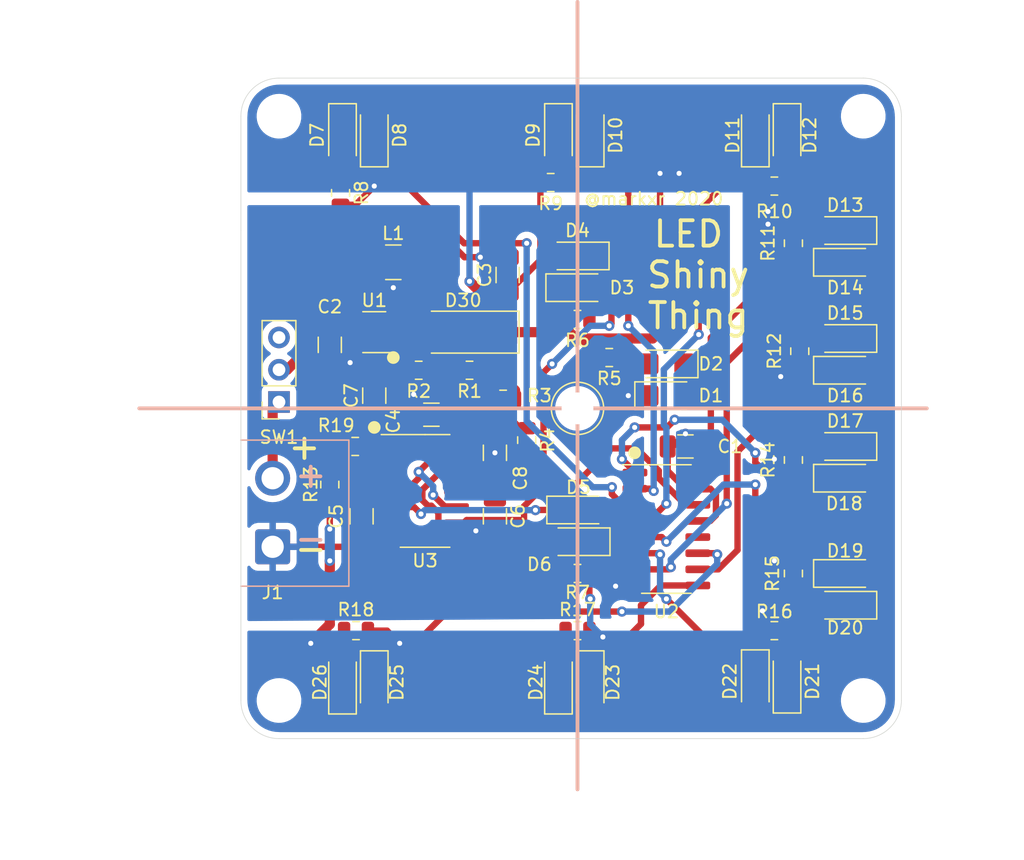
<source format=kicad_pcb>
(kicad_pcb (version 20200628) (host pcbnew "5.99.0-unknown-9f20c61~102~ubuntu18.04.1")
  (layers (0 "F.Cu" signal) (31 "B.Cu" signal) (34 "B.Paste" user) (35 "F.Paste" user) (36 "B.SilkS" user) (37 "F.SilkS" user) (38 "B.Mask" user) (39 "F.Mask" user) (44 "Edge.Cuts" user))
  (net 0 "")
  (net 1 "GND")
  (net 2 "VLOGIC")
  (net 3 "/VBAT_SW")
  (net 4 "Net-(C5-Pad1)")
  (net 5 "Net-(C6-Pad1)")
  (net 6 "Net-(C7-Pad1)")
  (net 7 "Net-(C8-Pad1)")
  (net 8 "Net-(D1-Pad2)")
  (net 9 "Net-(D2-Pad2)")
  (net 10 "Net-(D3-Pad2)")
  (net 11 "/TIMER1")
  (net 12 "Net-(D4-Pad2)")
  (net 13 "Net-(D5-Pad2)")
  (net 14 "/TIMER2")
  (net 15 "Net-(D6-Pad2)")
  (net 16 "Net-(D7-Pad2)")
  (net 17 "/COUNT0")
  (net 18 "Net-(D8-Pad2)")
  (net 19 "Net-(D10-Pad1)")
  (net 20 "/COUNT1")
  (net 21 "Net-(D10-Pad2)")
  (net 22 "Net-(D11-Pad2)")
  (net 23 "/COUNT2")
  (net 24 "Net-(D12-Pad2)")
  (net 25 "Net-(D13-Pad2)")
  (net 26 "/COUNT3")
  (net 27 "Net-(D14-Pad2)")
  (net 28 "Net-(D15-Pad2)")
  (net 29 "/COUNT4")
  (net 30 "Net-(D16-Pad2)")
  (net 31 "Net-(D17-Pad2)")
  (net 32 "/COUNT5")
  (net 33 "Net-(D18-Pad2)")
  (net 34 "Net-(D19-Pad2)")
  (net 35 "/COUNT6")
  (net 36 "Net-(D20-Pad2)")
  (net 37 "Net-(D21-Pad2)")
  (net 38 "/COUNT7")
  (net 39 "Net-(D22-Pad2)")
  (net 40 "Net-(D23-Pad2)")
  (net 41 "/COUNT8")
  (net 42 "Net-(D24-Pad2)")
  (net 43 "Net-(D25-Pad2)")
  (net 44 "/COUNT9")
  (net 45 "Net-(D26-Pad2)")
  (net 46 "Net-(D30-Pad2)")
  (net 47 "/VBAT")
  (net 48 "Net-(R1-Pad2)")
  (net 49 "Net-(R3-Pad2)")
  (net 50 "Net-(U1-Pad6)")
  (net 51 "Net-(U2-Pad12)")
  (net 52 "Net-(SW1-Pad3)")
  (net 53 "Net-(R13-Pad2)")
  (module "Inductor_SMD:L_1210_3225Metric_Pad1.42x2.65mm_HandSolder" (layer "F.Cu") (at 118 82)
    (fp_text reference "L1" (at 0 -2.28) (layer "F.SilkS"))
    (fp_text value "10uH")
    (pad "2" smd roundrect (at 1.4875 0) (size 1.425 2.65) (layers "F.Cu" "F.Paste" "F.Mask") (roundrect_rratio 0.175439298245614) (net 46 "Net-(D30-Pad2)"))
    (pad "1" smd roundrect (at -1.4875 0) (size 1.425 2.65) (layers "F.Cu" "F.Paste" "F.Mask") (roundrect_rratio 0.175439298245614) (net 3 "/VBAT_SW"))
  )
  (module "MountingHole:MountingHole_2.5mm" (layer "F.Cu") (at 132.5 93.5)
    (fp_text reference "H5" hide)
    (fp_text value "Centre Hole")
    (pad "1" np_thru_hole circle (at 0 0) (size 2.5 2.5) (drill 2.5) (layers *.Cu *.Mask))
  )
  (module "Connector_PinSocket_2.54mm:PinSocket_1x03_P2.54mm_Vertical" (layer "F.Cu") (at 109 93 180)
    (fp_text reference "SW1" (at 0 -2.77) (layer "F.SilkS"))
    (fp_text value "SW_SPDT")
    (pad "3" thru_hole oval (at 0 5.08 180) (size 1.7 1.7) (drill 1) (layers *.Cu *.Mask) (net 52 "Net-(SW1-Pad3)"))
    (pad "2" thru_hole oval (at 0 2.54 180) (size 1.7 1.7) (drill 1) (layers *.Cu *.Mask) (net 3 "/VBAT_SW"))
    (pad "1" thru_hole rect (at 0 0 180) (size 1.7 1.7) (drill 1) (layers *.Cu *.Mask) (net 47 "/VBAT"))
  )
  (module "Resistor_SMD:R_0805_2012Metric" (layer "F.Cu") (at 115 96.5)
    (fp_text reference "R19" (at -1.5 -1.65) (layer "F.SilkS"))
    (fp_text value "33k")
    (pad "2" smd roundrect (at 0.9375 0) (size 0.975 1.4) (layers "F.Cu" "F.Paste" "F.Mask") (net 6 "Net-(C7-Pad1)"))
    (pad "1" smd roundrect (at -0.9375 0) (size 0.975 1.4) (layers "F.Cu" "F.Paste" "F.Mask") (net 53 "Net-(R13-Pad2)"))
  )
  (module "Capacitor_SMD:C_1206_3216Metric" (layer "F.Cu") (at 126 97 90)
    (fp_text reference "C8" (at -2 2 90) (layer "F.SilkS"))
    (fp_text value "10uF")
    (pad "2" smd roundrect (at 1.4 0 90) (size 1.25 1.75) (layers "F.Cu" "F.Paste" "F.Mask") (roundrect_rratio 0.2) (net 1 "GND"))
    (pad "1" smd roundrect (at -1.4 0 90) (size 1.25 1.75) (layers "F.Cu" "F.Paste" "F.Mask") (roundrect_rratio 0.2) (net 7 "Net-(C8-Pad1)"))
  )
  (module "MountingHole:MountingHole_2.5mm" (layer "F.Cu") (at 109 116.5)
    (fp_text reference "H4" hide)
    (fp_text value "MountingHole")
    (pad "1" np_thru_hole circle (at 0 0) (size 2.5 2.5) (drill 2.5) (layers *.Cu *.Mask))
  )
  (module "MountingHole:MountingHole_2.5mm" (layer "F.Cu") (at 155 116.5)
    (fp_text reference "H3" hide)
    (fp_text value "MountingHole")
    (pad "1" np_thru_hole circle (at 0 0) (size 2.5 2.5) (drill 2.5) (layers *.Cu *.Mask))
  )
  (module "MountingHole:MountingHole_2.5mm" (layer "F.Cu") (at 155 70.5)
    (fp_text reference "H2" hide)
    (fp_text value "MountingHole")
    (pad "1" np_thru_hole circle (at 0 0) (size 2.5 2.5) (drill 2.5) (layers *.Cu *.Mask))
  )
  (module "MountingHole:MountingHole_2.5mm" (layer "F.Cu") (at 109 70.5)
    (fp_text reference "H1" hide)
    (fp_text value "MountingHole")
    (pad "1" np_thru_hole circle (at 0 0) (size 2.5 2.5) (drill 2.5) (layers *.Cu *.Mask))
  )
  (module "Package_SO:SOIC-14_3.9x8.7mm_P1.27mm" (layer "F.Cu") (at 120.5 100)
    (fp_text reference "U3" (at 0 5.5) (layer "F.SilkS"))
    (fp_text value "LM556")
    (pad "14" smd roundrect (at 2.475 -3.81) (size 1.95 0.6) (layers "F.Cu" "F.Paste" "F.Mask") (net 2 "VLOGIC"))
    (pad "13" smd roundrect (at 2.475 -2.54) (size 1.95 0.6) (layers "F.Cu" "F.Paste" "F.Mask") (net 49 "Net-(R3-Pad2)"))
    (pad "12" smd roundrect (at 2.475 -1.27) (size 1.95 0.6) (layers "F.Cu" "F.Paste" "F.Mask") (net 7 "Net-(C8-Pad1)"))
    (pad "11" smd roundrect (at 2.475 0) (size 1.95 0.6) (layers "F.Cu" "F.Paste" "F.Mask") (net 5 "Net-(C6-Pad1)"))
    (pad "10" smd roundrect (at 2.475 1.27) (size 1.95 0.6) (layers "F.Cu" "F.Paste" "F.Mask") (net 2 "VLOGIC"))
    (pad "9" smd roundrect (at 2.475 2.54) (size 1.95 0.6) (layers "F.Cu" "F.Paste" "F.Mask") (net 11 "/TIMER1"))
    (pad "8" smd roundrect (at 2.475 3.81) (size 1.95 0.6) (layers "F.Cu" "F.Paste" "F.Mask") (net 7 "Net-(C8-Pad1)"))
    (pad "7" smd roundrect (at -2.475 3.81) (size 1.95 0.6) (layers "F.Cu" "F.Paste" "F.Mask") (net 1 "GND"))
    (pad "6" smd roundrect (at -2.475 2.54) (size 1.95 0.6) (layers "F.Cu" "F.Paste" "F.Mask") (net 11 "/TIMER1"))
    (pad "5" smd roundrect (at -2.475 1.27) (size 1.95 0.6) (layers "F.Cu" "F.Paste" "F.Mask") (net 14 "/TIMER2"))
    (pad "4" smd roundrect (at -2.475 0) (size 1.95 0.6) (layers "F.Cu" "F.Paste" "F.Mask") (net 2 "VLOGIC"))
    (pad "3" smd roundrect (at -2.475 -1.27) (size 1.95 0.6) (layers "F.Cu" "F.Paste" "F.Mask") (net 4 "Net-(C5-Pad1)"))
    (pad "2" smd roundrect (at -2.475 -2.54) (size 1.95 0.6) (layers "F.Cu" "F.Paste" "F.Mask") (net 6 "Net-(C7-Pad1)"))
    (pad "1" smd roundrect (at -2.475 -3.81) (size 1.95 0.6) (layers "F.Cu" "F.Paste" "F.Mask") (net 6 "Net-(C7-Pad1)"))
  )
  (module "Package_SO:SOIC-16_3.9x9.9mm_P1.27mm" (layer "F.Cu") (at 139.5 103)
    (fp_text reference "U2" (at 0 6.5) (layer "F.SilkS"))
    (fp_text value "4017")
    (pad "16" smd roundrect (at 2.475 -4.445) (size 1.95 0.6) (layers "F.Cu" "F.Paste" "F.Mask") (net 2 "VLOGIC"))
    (pad "15" smd roundrect (at 2.475 -3.175) (size 1.95 0.6) (layers "F.Cu" "F.Paste" "F.Mask") (net 1 "GND"))
    (pad "14" smd roundrect (at 2.475 -1.905) (size 1.95 0.6) (layers "F.Cu" "F.Paste" "F.Mask") (net 14 "/TIMER2"))
    (pad "13" smd roundrect (at 2.475 -0.635) (size 1.95 0.6) (layers "F.Cu" "F.Paste" "F.Mask") (net 1 "GND"))
    (pad "12" smd roundrect (at 2.475 0.635) (size 1.95 0.6) (layers "F.Cu" "F.Paste" "F.Mask") (net 51 "Net-(U2-Pad12)"))
    (pad "11" smd roundrect (at 2.475 1.905) (size 1.95 0.6) (layers "F.Cu" "F.Paste" "F.Mask") (net 44 "/COUNT9"))
    (pad "10" smd roundrect (at 2.475 3.175) (size 1.95 0.6) (layers "F.Cu" "F.Paste" "F.Mask") (net 29 "/COUNT4"))
    (pad "9" smd roundrect (at 2.475 4.445) (size 1.95 0.6) (layers "F.Cu" "F.Paste" "F.Mask") (net 41 "/COUNT8"))
    (pad "8" smd roundrect (at -2.475 4.445) (size 1.95 0.6) (layers "F.Cu" "F.Paste" "F.Mask") (net 1 "GND"))
    (pad "7" smd roundrect (at -2.475 3.175) (size 1.95 0.6) (layers "F.Cu" "F.Paste" "F.Mask") (net 26 "/COUNT3"))
    (pad "6" smd roundrect (at -2.475 1.905) (size 1.95 0.6) (layers "F.Cu" "F.Paste" "F.Mask") (net 38 "/COUNT7"))
    (pad "5" smd roundrect (at -2.475 0.635) (size 1.95 0.6) (layers "F.Cu" "F.Paste" "F.Mask") (net 35 "/COUNT6"))
    (pad "4" smd roundrect (at -2.475 -0.635) (size 1.95 0.6) (layers "F.Cu" "F.Paste" "F.Mask") (net 23 "/COUNT2"))
    (pad "3" smd roundrect (at -2.475 -1.905) (size 1.95 0.6) (layers "F.Cu" "F.Paste" "F.Mask") (net 17 "/COUNT0"))
    (pad "2" smd roundrect (at -2.475 -3.175) (size 1.95 0.6) (layers "F.Cu" "F.Paste" "F.Mask") (net 20 "/COUNT1"))
    (pad "1" smd roundrect (at -2.475 -4.445) (size 1.95 0.6) (layers "F.Cu" "F.Paste" "F.Mask") (net 32 "/COUNT5"))
  )
  (module "Package_TO_SOT_SMD:SOT-23-6" (layer "F.Cu") (at 116.5 87.5 180)
    (fp_text reference "U1" (at 0 2.5) (layer "F.SilkS"))
    (fp_text value "MT3608")
    (pad "5" smd rect (at 1.1 0 180) (size 1.06 0.65) (layers "F.Cu" "F.Paste" "F.Mask") (net 3 "/VBAT_SW"))
    (pad "6" smd rect (at 1.1 -0.95 180) (size 1.06 0.65) (layers "F.Cu" "F.Paste" "F.Mask") (net 50 "Net-(U1-Pad6)"))
    (pad "4" smd rect (at 1.1 0.95 180) (size 1.06 0.65) (layers "F.Cu" "F.Paste" "F.Mask") (net 3 "/VBAT_SW"))
    (pad "3" smd rect (at -1.1 0.95 180) (size 1.06 0.65) (layers "F.Cu" "F.Paste" "F.Mask") (net 48 "Net-(R1-Pad2)"))
    (pad "2" smd rect (at -1.1 0 180) (size 1.06 0.65) (layers "F.Cu" "F.Paste" "F.Mask") (net 1 "GND"))
    (pad "1" smd rect (at -1.1 -0.95 180) (size 1.06 0.65) (layers "F.Cu" "F.Paste" "F.Mask") (net 46 "Net-(D30-Pad2)"))
  )
  (module "Resistor_SMD:R_0805_2012Metric" (layer "F.Cu") (at 115.0625 111)
    (fp_text reference "R18" (at 0 -1.65) (layer "F.SilkS"))
    (fp_text value "330R")
    (pad "2" smd roundrect (at 0.9375 0) (size 0.975 1.4) (layers "F.Cu" "F.Paste" "F.Mask") (net 2 "VLOGIC"))
    (pad "1" smd roundrect (at -0.9375 0) (size 0.975 1.4) (layers "F.Cu" "F.Paste" "F.Mask") (net 45 "Net-(D26-Pad2)"))
  )
  (module "Resistor_SMD:R_0805_2012Metric" (layer "F.Cu") (at 132.5 111)
    (fp_text reference "R17" (at 0 -1.65) (layer "F.SilkS"))
    (fp_text value "330R")
    (pad "2" smd roundrect (at 0.9375 0) (size 0.975 1.4) (layers "F.Cu" "F.Paste" "F.Mask") (net 2 "VLOGIC"))
    (pad "1" smd roundrect (at -0.9375 0) (size 0.975 1.4) (layers "F.Cu" "F.Paste" "F.Mask") (net 42 "Net-(D24-Pad2)"))
  )
  (module "Resistor_SMD:R_0805_2012Metric" (layer "F.Cu") (at 148 111 180)
    (fp_text reference "R16" (at 0 1.5) (layer "F.SilkS"))
    (fp_text value "330R")
    (pad "2" smd roundrect (at 0.9375 0 180) (size 0.975 1.4) (layers "F.Cu" "F.Paste" "F.Mask") (net 2 "VLOGIC"))
    (pad "1" smd roundrect (at -0.9375 0 180) (size 0.975 1.4) (layers "F.Cu" "F.Paste" "F.Mask") (net 39 "Net-(D22-Pad2)"))
  )
  (module "Resistor_SMD:R_0805_2012Metric" (layer "F.Cu") (at 149.5 106.5 90)
    (fp_text reference "R15" (at 0 -1.65 90) (layer "F.SilkS"))
    (fp_text value "330R")
    (pad "2" smd roundrect (at 0.9375 0 90) (size 0.975 1.4) (layers "F.Cu" "F.Paste" "F.Mask") (net 2 "VLOGIC"))
    (pad "1" smd roundrect (at -0.9375 0 90) (size 0.975 1.4) (layers "F.Cu" "F.Paste" "F.Mask") (net 36 "Net-(D20-Pad2)"))
  )
  (module "Resistor_SMD:R_0805_2012Metric" (layer "F.Cu") (at 149.5 97.5625 -90)
    (fp_text reference "R14" (at 0 2 90) (layer "F.SilkS"))
    (fp_text value "330R")
    (pad "2" smd roundrect (at 0.9375 0 270) (size 0.975 1.4) (layers "F.Cu" "F.Paste" "F.Mask") (net 2 "VLOGIC"))
    (pad "1" smd roundrect (at -0.9375 0 270) (size 0.975 1.4) (layers "F.Cu" "F.Paste" "F.Mask") (net 33 "Net-(D18-Pad2)"))
  )
  (module "Resistor_SMD:R_0805_2012Metric" (layer "F.Cu") (at 113 99.5 90)
    (fp_text reference "R13" (at 0 -1.5 90) (layer "F.SilkS"))
    (fp_text value "33k")
    (pad "2" smd roundrect (at 0.9375 0 90) (size 0.975 1.4) (layers "F.Cu" "F.Paste" "F.Mask") (net 53 "Net-(R13-Pad2)"))
    (pad "1" smd roundrect (at -0.9375 0 90) (size 0.975 1.4) (layers "F.Cu" "F.Paste" "F.Mask") (net 2 "VLOGIC"))
  )
  (module "Resistor_SMD:R_0805_2012Metric" (layer "F.Cu") (at 150 89 -90)
    (fp_text reference "R12" (at 0 2 90) (layer "F.SilkS"))
    (fp_text value "330R")
    (pad "2" smd roundrect (at 0.9375 0 270) (size 0.975 1.4) (layers "F.Cu" "F.Paste" "F.Mask") (net 2 "VLOGIC"))
    (pad "1" smd roundrect (at -0.9375 0 270) (size 0.975 1.4) (layers "F.Cu" "F.Paste" "F.Mask") (net 30 "Net-(D16-Pad2)"))
  )
  (module "Resistor_SMD:R_0805_2012Metric" (layer "F.Cu") (at 149.5 80.5 -90)
    (fp_text reference "R11" (at 0 2 90) (layer "F.SilkS"))
    (fp_text value "330R")
    (pad "2" smd roundrect (at 0.9375 0 270) (size 0.975 1.4) (layers "F.Cu" "F.Paste" "F.Mask") (net 2 "VLOGIC"))
    (pad "1" smd roundrect (at -0.9375 0 270) (size 0.975 1.4) (layers "F.Cu" "F.Paste" "F.Mask") (net 27 "Net-(D14-Pad2)"))
  )
  (module "Resistor_SMD:R_0805_2012Metric" (layer "F.Cu") (at 148 76)
    (fp_text reference "R10" (at 0 2) (layer "F.SilkS"))
    (fp_text value "330R")
    (pad "2" smd roundrect (at 0.9375 0) (size 0.975 1.4) (layers "F.Cu" "F.Paste" "F.Mask") (net 2 "VLOGIC"))
    (pad "1" smd roundrect (at -0.9375 0) (size 0.975 1.4) (layers "F.Cu" "F.Paste" "F.Mask") (net 24 "Net-(D12-Pad2)"))
  )
  (module "Resistor_SMD:R_0805_2012Metric" (layer "F.Cu") (at 130.391113 75.720745 180)
    (fp_text reference "R9" (at 0 -1.65) (layer "F.SilkS"))
    (fp_text value "330R")
    (pad "2" smd roundrect (at 0.9375 0 180) (size 0.975 1.4) (layers "F.Cu" "F.Paste" "F.Mask") (net 2 "VLOGIC"))
    (pad "1" smd roundrect (at -0.9375 0 180) (size 0.975 1.4) (layers "F.Cu" "F.Paste" "F.Mask") (net 21 "Net-(D10-Pad2)"))
  )
  (module "Resistor_SMD:R_0805_2012Metric" (layer "F.Cu") (at 113.847179 76.533847 -90)
    (fp_text reference "R8" (at 0 -1.65 90) (layer "F.SilkS"))
    (fp_text value "330R")
    (pad "2" smd roundrect (at 0.9375 0 270) (size 0.975 1.4) (layers "F.Cu" "F.Paste" "F.Mask") (net 2 "VLOGIC"))
    (pad "1" smd roundrect (at -0.9375 0 270) (size 0.975 1.4) (layers "F.Cu" "F.Paste" "F.Mask") (net 18 "Net-(D8-Pad2)"))
  )
  (module "Resistor_SMD:R_0805_2012Metric" (layer "F.Cu") (at 132.5 106.5)
    (fp_text reference "R7" (at 0 1.5) (layer "F.SilkS"))
    (fp_text value "330R")
    (pad "2" smd roundrect (at 0.9375 0) (size 0.975 1.4) (layers "F.Cu" "F.Paste" "F.Mask") (net 2 "VLOGIC"))
    (pad "1" smd roundrect (at -0.9375 0) (size 0.975 1.4) (layers "F.Cu" "F.Paste" "F.Mask") (net 15 "Net-(D6-Pad2)"))
  )
  (module "Resistor_SMD:R_0805_2012Metric" (layer "F.Cu") (at 132.5 86.5 180)
    (fp_text reference "R6" (at 0 -1.65) (layer "F.SilkS"))
    (fp_text value "330R")
    (pad "2" smd roundrect (at 0.9375 0 180) (size 0.975 1.4) (layers "F.Cu" "F.Paste" "F.Mask") (net 2 "VLOGIC"))
    (pad "1" smd roundrect (at -0.9375 0 180) (size 0.975 1.4) (layers "F.Cu" "F.Paste" "F.Mask") (net 12 "Net-(D4-Pad2)"))
  )
  (module "Resistor_SMD:R_0805_2012Metric" (layer "F.Cu") (at 135 89.5 180)
    (fp_text reference "R5" (at 0 -1.65) (layer "F.SilkS"))
    (fp_text value "330R")
    (pad "2" smd roundrect (at 0.9375 0 180) (size 0.975 1.4) (layers "F.Cu" "F.Paste" "F.Mask") (net 2 "VLOGIC"))
    (pad "1" smd roundrect (at -0.9375 0 180) (size 0.975 1.4) (layers "F.Cu" "F.Paste" "F.Mask") (net 9 "Net-(D2-Pad2)"))
  )
  (module "Resistor_SMD:R_0805_2012Metric" (layer "F.Cu") (at 128.5 96 -90)
    (fp_text reference "R4" (at 0 -1.65 90) (layer "F.SilkS"))
    (fp_text value "33k")
    (pad "2" smd roundrect (at 0.9375 0 270) (size 0.975 1.4) (layers "F.Cu" "F.Paste" "F.Mask") (net 7 "Net-(C8-Pad1)"))
    (pad "1" smd roundrect (at -0.9375 0 270) (size 0.975 1.4) (layers "F.Cu" "F.Paste" "F.Mask") (net 49 "Net-(R3-Pad2)"))
  )
  (module "Resistor_SMD:R_0805_2012Metric" (layer "F.Cu") (at 126.644525 92.779655 180)
    (fp_text reference "R3" (at -2.855475 0.279655) (layer "F.SilkS"))
    (fp_text value "10k")
    (pad "2" smd roundrect (at 0.9375 0 180) (size 0.975 1.4) (layers "F.Cu" "F.Paste" "F.Mask") (net 49 "Net-(R3-Pad2)"))
    (pad "1" smd roundrect (at -0.9375 0 180) (size 0.975 1.4) (layers "F.Cu" "F.Paste" "F.Mask") (net 2 "VLOGIC"))
  )
  (module "Resistor_SMD:R_0805_2012Metric" (layer "F.Cu") (at 120 90.5 180)
    (fp_text reference "R2" (at 0 -1.65) (layer "F.SilkS"))
    (fp_text value "1.2k")
    (pad "2" smd roundrect (at 0.9375 0 180) (size 0.975 1.4) (layers "F.Cu" "F.Paste" "F.Mask") (net 1 "GND"))
    (pad "1" smd roundrect (at -0.9375 0 180) (size 0.975 1.4) (layers "F.Cu" "F.Paste" "F.Mask") (net 48 "Net-(R1-Pad2)"))
  )
  (module "Resistor_SMD:R_0805_2012Metric" (layer "F.Cu") (at 124 90.5 180)
    (fp_text reference "R1" (at 0 -1.65) (layer "F.SilkS"))
    (fp_text value "10k")
    (pad "2" smd roundrect (at 0.9375 0 180) (size 0.975 1.4) (layers "F.Cu" "F.Paste" "F.Mask") (net 48 "Net-(R1-Pad2)"))
    (pad "1" smd roundrect (at -0.9375 0 180) (size 0.975 1.4) (layers "F.Cu" "F.Paste" "F.Mask") (net 2 "VLOGIC"))
  )
  (module "Connector_Wire:SolderWire-1sqmm_1x02_P5.4mm_D1.4mm_OD2.7mm" (layer "F.Cu") (at 108.5 104.4 90)
    (fp_text reference "J1" (at -3.6 0 180) (layer "F.SilkS"))
    (fp_text value "Power In")
    (pad "2" thru_hole circle (at 5.4 0 90) (size 2.75 2.75) (drill 1.75) (layers *.Cu *.Mask) (net 47 "/VBAT"))
    (pad "1" thru_hole roundrect (at 0 0 90) (size 2.75 2.75) (drill 1.75) (layers *.Cu *.Mask) (roundrect_rratio 0.09090909090909091) (net 1 "GND"))
  )
  (module "Diode_SMD:D_SMA_Handsoldering" (layer "F.Cu") (at 123.5 87.5 180)
    (fp_text reference "D30" (at 0 2.5) (layer "F.SilkS"))
    (fp_text value "D_Schottky")
    (pad "2" smd rect (at 2.5 0 180) (size 3.5 1.8) (layers "F.Cu" "F.Paste" "F.Mask") (net 46 "Net-(D30-Pad2)"))
    (pad "1" smd rect (at -2.5 0 180) (size 3.5 1.8) (layers "F.Cu" "F.Paste" "F.Mask") (net 2 "VLOGIC"))
  )
  (module "LED_SMD:LED_1206_3216Metric_Castellated" (layer "F.Cu") (at 114 115.075 90)
    (fp_text reference "D26" (at 0 -1.78 90) (layer "F.SilkS"))
    (fp_text value "LED")
    (pad "2" smd roundrect (at 1.425 0 90) (size 1.6 1.65) (layers "F.Cu" "F.Paste" "F.Mask") (roundrect_rratio 0.15625) (net 45 "Net-(D26-Pad2)"))
    (pad "1" smd roundrect (at -1.425 0 90) (size 1.6 1.65) (layers "F.Cu" "F.Paste" "F.Mask") (roundrect_rratio 0.15625) (net 43 "Net-(D25-Pad2)"))
  )
  (module "LED_SMD:LED_1206_3216Metric_Castellated" (layer "F.Cu") (at 116.5 115.075 -90)
    (fp_text reference "D25" (at 0 -1.78 90) (layer "F.SilkS"))
    (fp_text value "LED")
    (pad "2" smd roundrect (at 1.425 0 270) (size 1.6 1.65) (layers "F.Cu" "F.Paste" "F.Mask") (roundrect_rratio 0.15625) (net 43 "Net-(D25-Pad2)"))
    (pad "1" smd roundrect (at -1.425 0 270) (size 1.6 1.65) (layers "F.Cu" "F.Paste" "F.Mask") (roundrect_rratio 0.15625) (net 44 "/COUNT9"))
  )
  (module "LED_SMD:LED_1206_3216Metric_Castellated" (layer "F.Cu") (at 131 115.075 90)
    (fp_text reference "D24" (at 0 -1.78 90) (layer "F.SilkS"))
    (fp_text value "LED")
    (pad "2" smd roundrect (at 1.425 0 90) (size 1.6 1.65) (layers "F.Cu" "F.Paste" "F.Mask") (roundrect_rratio 0.15625) (net 42 "Net-(D24-Pad2)"))
    (pad "1" smd roundrect (at -1.425 0 90) (size 1.6 1.65) (layers "F.Cu" "F.Paste" "F.Mask") (roundrect_rratio 0.15625) (net 40 "Net-(D23-Pad2)"))
  )
  (module "LED_SMD:LED_1206_3216Metric_Castellated" (layer "F.Cu") (at 133.5 115.075 -90)
    (fp_text reference "D23" (at 0 -1.78 90) (layer "F.SilkS"))
    (fp_text value "LED")
    (pad "2" smd roundrect (at 1.425 0 270) (size 1.6 1.65) (layers "F.Cu" "F.Paste" "F.Mask") (roundrect_rratio 0.15625) (net 40 "Net-(D23-Pad2)"))
    (pad "1" smd roundrect (at -1.425 0 270) (size 1.6 1.65) (layers "F.Cu" "F.Paste" "F.Mask") (roundrect_rratio 0.15625) (net 41 "/COUNT8"))
  )
  (module "LED_SMD:LED_1206_3216Metric_Castellated" (layer "F.Cu") (at 149 115 90)
    (fp_text reference "D22" (at 0 -4.5 90) (layer "F.SilkS"))
    (fp_text value "LED")
    (pad "2" smd roundrect (at 1.425 0 90) (size 1.6 1.65) (layers "F.Cu" "F.Paste" "F.Mask") (roundrect_rratio 0.15625) (net 39 "Net-(D22-Pad2)"))
    (pad "1" smd roundrect (at -1.425 0 90) (size 1.6 1.65) (layers "F.Cu" "F.Paste" "F.Mask") (roundrect_rratio 0.15625) (net 37 "Net-(D21-Pad2)"))
  )
  (module "LED_SMD:LED_1206_3216Metric_Castellated" (layer "F.Cu") (at 146.5 115 -90)
    (fp_text reference "D21" (at 0 -4.5 90) (layer "F.SilkS"))
    (fp_text value "LED")
    (pad "2" smd roundrect (at 1.425 0 270) (size 1.6 1.65) (layers "F.Cu" "F.Paste" "F.Mask") (roundrect_rratio 0.15625) (net 37 "Net-(D21-Pad2)"))
    (pad "1" smd roundrect (at -1.425 0 270) (size 1.6 1.65) (layers "F.Cu" "F.Paste" "F.Mask") (roundrect_rratio 0.15625) (net 38 "/COUNT7"))
  )
  (module "LED_SMD:LED_1206_3216Metric_Castellated" (layer "F.Cu") (at 153.575 109 180)
    (fp_text reference "D20" (at 0 -1.78) (layer "F.SilkS"))
    (fp_text value "LED")
    (pad "2" smd roundrect (at 1.425 0 180) (size 1.6 1.65) (layers "F.Cu" "F.Paste" "F.Mask") (roundrect_rratio 0.15625) (net 36 "Net-(D20-Pad2)"))
    (pad "1" smd roundrect (at -1.425 0 180) (size 1.6 1.65) (layers "F.Cu" "F.Paste" "F.Mask") (roundrect_rratio 0.15625) (net 34 "Net-(D19-Pad2)"))
  )
  (module "LED_SMD:LED_1206_3216Metric_Castellated" (layer "F.Cu") (at 153.575 106.5)
    (fp_text reference "D19" (at 0 -1.78) (layer "F.SilkS"))
    (fp_text value "LED")
    (pad "2" smd roundrect (at 1.425 0) (size 1.6 1.65) (layers "F.Cu" "F.Paste" "F.Mask") (roundrect_rratio 0.15625) (net 34 "Net-(D19-Pad2)"))
    (pad "1" smd roundrect (at -1.425 0) (size 1.6 1.65) (layers "F.Cu" "F.Paste" "F.Mask") (roundrect_rratio 0.15625) (net 35 "/COUNT6"))
  )
  (module "LED_SMD:LED_1206_3216Metric_Castellated" (layer "F.Cu") (at 153.575 96.5 180)
    (fp_text reference "D18" (at 0.075 -4.5) (layer "F.SilkS"))
    (fp_text value "LED")
    (pad "2" smd roundrect (at 1.425 0 180) (size 1.6 1.65) (layers "F.Cu" "F.Paste" "F.Mask") (roundrect_rratio 0.15625) (net 33 "Net-(D18-Pad2)"))
    (pad "1" smd roundrect (at -1.425 0 180) (size 1.6 1.65) (layers "F.Cu" "F.Paste" "F.Mask") (roundrect_rratio 0.15625) (net 31 "Net-(D17-Pad2)"))
  )
  (module "LED_SMD:LED_1206_3216Metric_Castellated" (layer "F.Cu") (at 153.575 99)
    (fp_text reference "D17" (at 0 -4.5) (layer "F.SilkS"))
    (fp_text value "LED")
    (pad "2" smd roundrect (at 1.425 0) (size 1.6 1.65) (layers "F.Cu" "F.Paste" "F.Mask") (roundrect_rratio 0.15625) (net 31 "Net-(D17-Pad2)"))
    (pad "1" smd roundrect (at -1.425 0) (size 1.6 1.65) (layers "F.Cu" "F.Paste" "F.Mask") (roundrect_rratio 0.15625) (net 32 "/COUNT5"))
  )
  (module "LED_SMD:LED_1206_3216Metric_Castellated" (layer "F.Cu") (at 153.575 88 180)
    (fp_text reference "D16" (at 0 -4.5) (layer "F.SilkS"))
    (fp_text value "LED")
    (pad "2" smd roundrect (at 1.425 0 180) (size 1.6 1.65) (layers "F.Cu" "F.Paste" "F.Mask") (roundrect_rratio 0.15625) (net 30 "Net-(D16-Pad2)"))
    (pad "1" smd roundrect (at -1.425 0 180) (size 1.6 1.65) (layers "F.Cu" "F.Paste" "F.Mask") (roundrect_rratio 0.15625) (net 28 "Net-(D15-Pad2)"))
  )
  (module "LED_SMD:LED_1206_3216Metric_Castellated" (layer "F.Cu") (at 153.575 90.5)
    (fp_text reference "D15" (at 0 -4.5) (layer "F.SilkS"))
    (fp_text value "LED")
    (pad "2" smd roundrect (at 1.425 0) (size 1.6 1.65) (layers "F.Cu" "F.Paste" "F.Mask") (roundrect_rratio 0.15625) (net 28 "Net-(D15-Pad2)"))
    (pad "1" smd roundrect (at -1.425 0) (size 1.6 1.65) (layers "F.Cu" "F.Paste" "F.Mask") (roundrect_rratio 0.15625) (net 29 "/COUNT4"))
  )
  (module "LED_SMD:LED_1206_3216Metric_Castellated" (layer "F.Cu") (at 153.575 79.5 180)
    (fp_text reference "D14" (at 0 -4.5) (layer "F.SilkS"))
    (fp_text value "LED")
    (pad "2" smd roundrect (at 1.425 0 180) (size 1.6 1.65) (layers "F.Cu" "F.Paste" "F.Mask") (roundrect_rratio 0.15625) (net 27 "Net-(D14-Pad2)"))
    (pad "1" smd roundrect (at -1.425 0 180) (size 1.6 1.65) (layers "F.Cu" "F.Paste" "F.Mask") (roundrect_rratio 0.15625) (net 25 "Net-(D13-Pad2)"))
  )
  (module "LED_SMD:LED_1206_3216Metric_Castellated" (layer "F.Cu") (at 153.575 82)
    (fp_text reference "D13" (at 0 -4.5) (layer "F.SilkS"))
    (fp_text value "LED")
    (pad "2" smd roundrect (at 1.425 0) (size 1.6 1.65) (layers "F.Cu" "F.Paste" "F.Mask") (roundrect_rratio 0.15625) (net 25 "Net-(D13-Pad2)"))
    (pad "1" smd roundrect (at -1.425 0) (size 1.6 1.65) (layers "F.Cu" "F.Paste" "F.Mask") (roundrect_rratio 0.15625) (net 26 "/COUNT3"))
  )
  (module "LED_SMD:LED_1206_3216Metric_Castellated" (layer "F.Cu") (at 149 72 -90)
    (fp_text reference "D12" (at 0 -1.78 90) (layer "F.SilkS"))
    (fp_text value "LED")
    (pad "2" smd roundrect (at 1.425 0 270) (size 1.6 1.65) (layers "F.Cu" "F.Paste" "F.Mask") (roundrect_rratio 0.15625) (net 24 "Net-(D12-Pad2)"))
    (pad "1" smd roundrect (at -1.425 0 270) (size 1.6 1.65) (layers "F.Cu" "F.Paste" "F.Mask") (roundrect_rratio 0.15625) (net 22 "Net-(D11-Pad2)"))
  )
  (module "LED_SMD:LED_1206_3216Metric_Castellated" (layer "F.Cu") (at 146.5 72 90)
    (fp_text reference "D11" (at 0 -1.78 90) (layer "F.SilkS"))
    (fp_text value "LED")
    (pad "2" smd roundrect (at 1.425 0 90) (size 1.6 1.65) (layers "F.Cu" "F.Paste" "F.Mask") (roundrect_rratio 0.15625) (net 22 "Net-(D11-Pad2)"))
    (pad "1" smd roundrect (at -1.425 0 90) (size 1.6 1.65) (layers "F.Cu" "F.Paste" "F.Mask") (roundrect_rratio 0.15625) (net 23 "/COUNT2"))
  )
  (module "LED_SMD:LED_1206_3216Metric_Castellated" (layer "F.Cu") (at 131 72 -90)
    (fp_text reference "D10" (at 0 -4.5 90) (layer "F.SilkS"))
    (fp_text value "LED")
    (pad "2" smd roundrect (at 1.425 0 270) (size 1.6 1.65) (layers "F.Cu" "F.Paste" "F.Mask") (roundrect_rratio 0.15625) (net 21 "Net-(D10-Pad2)"))
    (pad "1" smd roundrect (at -1.425 0 270) (size 1.6 1.65) (layers "F.Cu" "F.Paste" "F.Mask") (roundrect_rratio 0.15625) (net 19 "Net-(D10-Pad1)"))
  )
  (module "LED_SMD:LED_1206_3216Metric_Castellated" (layer "F.Cu") (at 133.5 72 90)
    (fp_text reference "D9" (at 0 -4.5 90) (layer "F.SilkS"))
    (fp_text value "LED")
    (pad "2" smd roundrect (at 1.425 0 90) (size 1.6 1.65) (layers "F.Cu" "F.Paste" "F.Mask") (roundrect_rratio 0.15625) (net 19 "Net-(D10-Pad1)"))
    (pad "1" smd roundrect (at -1.425 0 90) (size 1.6 1.65) (layers "F.Cu" "F.Paste" "F.Mask") (roundrect_rratio 0.15625) (net 20 "/COUNT1"))
  )
  (module "LED_SMD:LED_1206_3216Metric_Castellated" (layer "F.Cu") (at 114 72 -90)
    (fp_text reference "D8" (at 0 -4.5 90) (layer "F.SilkS"))
    (fp_text value "LED")
    (pad "2" smd roundrect (at 1.425 0 270) (size 1.6 1.65) (layers "F.Cu" "F.Paste" "F.Mask") (roundrect_rratio 0.15625) (net 18 "Net-(D8-Pad2)"))
    (pad "1" smd roundrect (at -1.425 0 270) (size 1.6 1.65) (layers "F.Cu" "F.Paste" "F.Mask") (roundrect_rratio 0.15625) (net 16 "Net-(D7-Pad2)"))
  )
  (module "LED_SMD:LED_1206_3216Metric_Castellated" (layer "F.Cu") (at 116.5 72 90)
    (fp_text reference "D7" (at 0 -4.5 90) (layer "F.SilkS"))
    (fp_text value "LED")
    (pad "2" smd roundrect (at 1.425 0 90) (size 1.6 1.65) (layers "F.Cu" "F.Paste" "F.Mask") (roundrect_rratio 0.15625) (net 16 "Net-(D7-Pad2)"))
    (pad "1" smd roundrect (at -1.425 0 90) (size 1.6 1.65) (layers "F.Cu" "F.Paste" "F.Mask") (roundrect_rratio 0.15625) (net 17 "/COUNT0"))
  )
  (module "LED_SMD:LED_1206_3216Metric_Castellated" (layer "F.Cu") (at 132.575 104 180)
    (fp_text reference "D6" (at 3.075 -1.78) (layer "F.SilkS"))
    (fp_text value "LED")
    (pad "2" smd roundrect (at 1.425 0 180) (size 1.6 1.65) (layers "F.Cu" "F.Paste" "F.Mask") (roundrect_rratio 0.15625) (net 15 "Net-(D6-Pad2)"))
    (pad "1" smd roundrect (at -1.425 0 180) (size 1.6 1.65) (layers "F.Cu" "F.Paste" "F.Mask") (roundrect_rratio 0.15625) (net 13 "Net-(D5-Pad2)"))
  )
  (module "LED_SMD:LED_1206_3216Metric_Castellated" (layer "F.Cu") (at 132.575 101.5)
    (fp_text reference "D5" (at 0 -1.78) (layer "F.SilkS"))
    (fp_text value "LED")
    (pad "2" smd roundrect (at 1.425 0) (size 1.6 1.65) (layers "F.Cu" "F.Paste" "F.Mask") (roundrect_rratio 0.15625) (net 13 "Net-(D5-Pad2)"))
    (pad "1" smd roundrect (at -1.425 0) (size 1.6 1.65) (layers "F.Cu" "F.Paste" "F.Mask") (roundrect_rratio 0.15625) (net 14 "/TIMER2"))
  )
  (module "LED_SMD:LED_1206_3216Metric_Castellated" (layer "F.Cu") (at 132.5 84)
    (fp_text reference "D4" (at 0 -4.5) (layer "F.SilkS"))
    (fp_text value "LED")
    (pad "2" smd roundrect (at 1.425 0) (size 1.6 1.65) (layers "F.Cu" "F.Paste" "F.Mask") (roundrect_rratio 0.15625) (net 12 "Net-(D4-Pad2)"))
    (pad "1" smd roundrect (at -1.425 0) (size 1.6 1.65) (layers "F.Cu" "F.Paste" "F.Mask") (roundrect_rratio 0.15625) (net 10 "Net-(D3-Pad2)"))
  )
  (module "LED_SMD:LED_1206_3216Metric_Castellated" (layer "F.Cu") (at 132.5 81.5 180)
    (fp_text reference "D3" (at -3.5 -2.5) (layer "F.SilkS"))
    (fp_text value "LED")
    (pad "2" smd roundrect (at 1.425 0 180) (size 1.6 1.65) (layers "F.Cu" "F.Paste" "F.Mask") (roundrect_rratio 0.15625) (net 10 "Net-(D3-Pad2)"))
    (pad "1" smd roundrect (at -1.425 0 180) (size 1.6 1.65) (layers "F.Cu" "F.Paste" "F.Mask") (roundrect_rratio 0.15625) (net 11 "/TIMER1"))
  )
  (module "LED_SMD:LED_1206_3216Metric_Castellated" (layer "F.Cu") (at 139.5 90 180)
    (fp_text reference "D2" (at -3.5 0) (layer "F.SilkS"))
    (fp_text value "LED")
    (pad "2" smd roundrect (at 1.425 0 180) (size 1.6 1.65) (layers "F.Cu" "F.Paste" "F.Mask") (roundrect_rratio 0.15625) (net 9 "Net-(D2-Pad2)"))
    (pad "1" smd roundrect (at -1.425 0 180) (size 1.6 1.65) (layers "F.Cu" "F.Paste" "F.Mask") (roundrect_rratio 0.15625) (net 8 "Net-(D1-Pad2)"))
  )
  (module "LED_SMD:LED_1206_3216Metric_Castellated" (layer "F.Cu") (at 139.5 92.5)
    (fp_text reference "D1" (at 3.5 0) (layer "F.SilkS"))
    (fp_text value "LED")
    (pad "2" smd roundrect (at 1.425 0) (size 1.6 1.65) (layers "F.Cu" "F.Paste" "F.Mask") (roundrect_rratio 0.15625) (net 8 "Net-(D1-Pad2)"))
    (pad "1" smd roundrect (at -1.425 0) (size 1.6 1.65) (layers "F.Cu" "F.Paste" "F.Mask") (roundrect_rratio 0.15625) (net 1 "GND"))
  )
  (module "Capacitor_SMD:C_1206_3216Metric" (layer "F.Cu") (at 116.5 92.5 90)
    (fp_text reference "C7" (at 0 -1.82 90) (layer "F.SilkS"))
    (fp_text value "10uF")
    (pad "2" smd roundrect (at 1.4 0 90) (size 1.25 1.75) (layers "F.Cu" "F.Paste" "F.Mask") (roundrect_rratio 0.2) (net 1 "GND"))
    (pad "1" smd roundrect (at -1.4 0 90) (size 1.25 1.75) (layers "F.Cu" "F.Paste" "F.Mask") (roundrect_rratio 0.2) (net 6 "Net-(C7-Pad1)"))
  )
  (module "Capacitor_SMD:C_1206_3216Metric" (layer "F.Cu") (at 126 102 -90)
    (fp_text reference "C6" (at 0 -1.82 90) (layer "F.SilkS"))
    (fp_text value "0.1nF")
    (pad "2" smd roundrect (at 1.4 0 270) (size 1.25 1.75) (layers "F.Cu" "F.Paste" "F.Mask") (roundrect_rratio 0.2) (net 1 "GND"))
    (pad "1" smd roundrect (at -1.4 0 270) (size 1.25 1.75) (layers "F.Cu" "F.Paste" "F.Mask") (roundrect_rratio 0.2) (net 5 "Net-(C6-Pad1)"))
  )
  (module "Capacitor_SMD:C_1206_3216Metric" (layer "F.Cu") (at 115.5 102 -90)
    (fp_text reference "C5" (at 0 2 90) (layer "F.SilkS"))
    (fp_text value "0.1nF")
    (pad "2" smd roundrect (at 1.4 0 270) (size 1.25 1.75) (layers "F.Cu" "F.Paste" "F.Mask") (roundrect_rratio 0.2) (net 1 "GND"))
    (pad "1" smd roundrect (at -1.4 0 270) (size 1.25 1.75) (layers "F.Cu" "F.Paste" "F.Mask") (roundrect_rratio 0.2) (net 4 "Net-(C5-Pad1)"))
  )
  (module "Capacitor_SMD:C_1206_3216Metric" (layer "F.Cu") (at 121 94 180)
    (fp_text reference "C4" (at 3 -0.5 90) (layer "F.SilkS"))
    (fp_text value "0.1uF")
    (pad "2" smd roundrect (at 1.4 0 180) (size 1.25 1.75) (layers "F.Cu" "F.Paste" "F.Mask") (roundrect_rratio 0.2) (net 1 "GND"))
    (pad "1" smd roundrect (at -1.4 0 180) (size 1.25 1.75) (layers "F.Cu" "F.Paste" "F.Mask") (roundrect_rratio 0.2) (net 2 "VLOGIC"))
  )
  (module "Capacitor_SMD:C_1206_3216Metric" (layer "F.Cu") (at 127 83 90)
    (fp_text reference "C3" (at 0 -1.82 90) (layer "F.SilkS"))
    (fp_text value "10uF")
    (pad "2" smd roundrect (at 1.4 0 90) (size 1.25 1.75) (layers "F.Cu" "F.Paste" "F.Mask") (roundrect_rratio 0.2) (net 1 "GND"))
    (pad "1" smd roundrect (at -1.4 0 90) (size 1.25 1.75) (layers "F.Cu" "F.Paste" "F.Mask") (roundrect_rratio 0.2) (net 2 "VLOGIC"))
  )
  (module "Capacitor_SMD:C_1206_3216Metric" (layer "F.Cu") (at 113 88.5 -90)
    (fp_text reference "C2" (at -3 0 180) (layer "F.SilkS"))
    (fp_text value "10uF")
    (pad "2" smd roundrect (at 1.4 0 270) (size 1.25 1.75) (layers "F.Cu" "F.Paste" "F.Mask") (roundrect_rratio 0.2) (net 1 "GND"))
    (pad "1" smd roundrect (at -1.4 0 270) (size 1.25 1.75) (layers "F.Cu" "F.Paste" "F.Mask") (roundrect_rratio 0.2) (net 3 "/VBAT_SW"))
  )
  (module "Capacitor_SMD:C_1206_3216Metric" (layer "F.Cu") (at 141 96.5 180)
    (fp_text reference "C1" (at -3.5 0) (layer "F.SilkS"))
    (fp_text value "0.1uF")
    (pad "2" smd roundrect (at 1.4 0 180) (size 1.25 1.75) (layers "F.Cu" "F.Paste" "F.Mask") (roundrect_rratio 0.2) (net 1 "GND"))
    (pad "1" smd roundrect (at -1.4 0 180) (size 1.25 1.75) (layers "F.Cu" "F.Paste" "F.Mask") (roundrect_rratio 0.2) (net 2 "VLOGIC"))
  )
  (gr_circle (center 137 97) (end 137.25 97) (layer "F.SilkS") (width 0.5))
  (gr_circle (center 116.5 95) (end 116.75 95) (layer "F.SilkS") (width 0.5))
  (gr_circle (center 118 89.5) (end 118.25 89.5) (layer "F.SilkS") (width 0.5))
  (gr_circle (center 132.5 93.5) (end 133 91.5) (layer "F.SilkS") (width 0.12))
  (gr_line (start 114.5 107.5) (end 106 107.5) (layer "B.SilkS") (width 0.12))
  (gr_line (start 114.5 96) (end 114.5 107.5) (layer "B.SilkS") (width 0.12))
  (gr_line (start 106 96) (end 114.5 96) (layer "B.SilkS") (width 0.12))
  (gr_text "-" (at 111.5 104 180) (layer "B.SilkS") (effects (font (size 2 2) (thickness 0.3)) (justify mirror)))
  (gr_text "+" (at 111.5 99 180) (layer "B.SilkS") (effects (font (size 2 2) (thickness 0.3)) (justify mirror)))
  (gr_line (start 132.5 123.5) (end 132.5 61.5) (layer "B.SilkS") (width 0.3))
  (gr_line (start 98 93.5) (end 160 93.5) (layer "B.SilkS") (width 0.3))
  (gr_text "@markxr 2020" (at 138.5 77) (layer "F.SilkS") (effects (font (size 1 1))))
  (gr_text "LED \nShiny\nThing" (at 142 83) (layer "F.SilkS") (effects (font (size 2 2) (thickness 0.3))))
  (gr_text "-" (at 111.5 104.5) (layer "F.SilkS") (effects (font (size 2 2) (thickness 0.3))))
  (gr_text "+" (at 111 96.5) (layer "F.SilkS") (effects (font (size 2 2) (thickness 0.3))))
  (gr_arc (start 109 116.5) (end 106 116.5) (angle -90) (layer "Edge.Cuts") (width 0.05))
  (gr_arc (start 155 116.5) (end 155 119.5) (angle -90) (layer "Edge.Cuts") (width 0.05))
  (gr_arc (start 155 70.5) (end 158 70.5) (angle -90) (layer "Edge.Cuts") (width 0.05))
  (gr_arc (start 109 70.5) (end 109 67.5) (angle -90) (layer "Edge.Cuts") (width 0.05))
  (gr_line (start 106 79.5) (end 106 116.5) (layer "Edge.Cuts") (width 0.05))
  (gr_line (start 106 70.5) (end 106 79.5) (layer "Edge.Cuts") (width 0.05))
  (gr_line (start 155 67.5) (end 109 67.5) (layer "Edge.Cuts") (width 0.05))
  (gr_line (start 158 116.5) (end 158 70.5) (layer "Edge.Cuts") (width 0.05))
  (gr_line (start 109 119.5) (end 155 119.5) (layer "Edge.Cuts") (width 0.05))
  (segment (start 117.412086 92.5) (end 114.5 92.5) (width 0.5) (layer "F.Cu") (net 2))
  (segment (start 118 93.087914) (end 117.412086 92.5) (width 0.5) (layer "F.Cu") (net 2))
  (segment (start 118 94.5) (end 118 93.087914) (width 0.5) (layer "F.Cu") (net 2))
  (segment (start 118.82501 95.32501) (end 118 94.5) (width 0.5) (layer "F.Cu") (net 2))
  (segment (start 122.4 94) (end 121.07499 95.32501) (width 0.5) (layer "F.Cu") (net 2))
  (segment (start 121.07499 95.32501) (end 118.82501 95.32501) (width 0.5) (layer "F.Cu") (net 2))
  (segment (start 111.5 98.9375) (end 113 100.4375) (width 0.5) (layer "F.Cu") (net 2))
  (segment (start 114.5 92.5) (end 111.5 95.5) (width 0.5) (layer "F.Cu") (net 2))
  (segment (start 111.5 95.5) (end 111.5 98.9375) (width 0.5) (layer "F.Cu") (net 2))
  (segment (start 122.975 96.19) (end 122.31 96.19) (width 0.5) (layer "F.Cu") (net 2))
  (segment (start 122.31 96.19) (end 120 98.5) (width 0.5) (layer "F.Cu") (net 2))
  (segment (start 121.136865 100.31949) (end 121.136865 99.636865) (width 0.5) (layer "B.Cu") (net 2))
  (segment (start 121.136865 99.636865) (end 120 98.5) (width 0.5) (layer "B.Cu") (net 2))
  (via (at 120 98.5) (size 0.8) (drill 0.4) (layers "F.Cu" "B.Cu") (net 2))
  (segment (start 120 98.5) (end 120 99) (width 0.5) (layer "F.Cu") (net 2))
  (segment (start 120 99) (end 119 100) (width 0.5) (layer "F.Cu") (net 2))
  (segment (start 119 100) (end 118.025 100) (width 0.5) (layer "F.Cu") (net 2))
  (segment (start 122.975 101.27) (end 122.087375 101.27) (width 0.5) (layer "F.Cu") (net 2))
  (segment (start 119.631199 101.27) (end 120.178311 101.817112) (width 0.5) (layer "F.Cu") (net 14))
  (segment (start 122 103.81) (end 121.54999 103.35999) (width 0.5) (layer "F.Cu") (net 7))
  (segment (start 121.54999 103.35999) (end 121.54999 101.72258) (width 0.5) (layer "F.Cu") (net 7))
  (segment (start 121.54999 101.72258) (end 120.996903 101.169492) (width 0.5) (layer "F.Cu") (net 7))
  (segment (start 120.996903 101.169492) (end 120.728863 101.169492) (width 0.5) (layer "F.Cu") (net 7))
  (via (at 120.178311 101.817112) (size 0.8) (drill 0.4) (layers "F.Cu" "B.Cu") (net 14))
  (segment (start 120.728863 101.169492) (end 120.286863 100.727492) (width 0.5) (layer "F.Cu") (net 7))
  (segment (start 122.087375 101.27) (end 121.136865 100.31949) (width 0.5) (layer "F.Cu") (net 2))
  (segment (start 129.189135 101.512962) (end 120.482461 101.512962) (width 0.5) (layer "B.Cu") (net 14))
  (segment (start 120.286863 100.727492) (end 120.286863 99.911488) (width 0.5) (layer "F.Cu") (net 7))
  (segment (start 121.468351 98.73) (end 122.975 98.73) (width 0.5) (layer "F.Cu") (net 7))
  (segment (start 120.286863 99.911488) (end 121.468351 98.73) (width 0.5) (layer "F.Cu") (net 7))
  (via (at 121.136865 100.31949) (size 0.8) (drill 0.4) (layers "F.Cu" "B.Cu") (net 2))
  (segment (start 118.025 101.27) (end 119.631199 101.27) (width 0.5) (layer "F.Cu") (net 14))
  (segment (start 120.482461 101.512962) (end 120.178311 101.817112) (width 0.5) (layer "B.Cu") (net 14))
  (segment (start 122.975 103.81) (end 122 103.81) (width 0.5) (layer "F.Cu") (net 7))
  (segment (start 143 95.9) (end 143 87.9375) (width 0.5) (layer "F.Cu") (net 2))
  (segment (start 143 87.9375) (end 149.5 81.4375) (width 0.5) (layer "F.Cu") (net 2))
  (segment (start 142.4 96.5) (end 143 95.9) (width 0.5) (layer "F.Cu") (net 2))
  (segment (start 142.044475 77.880525) (end 142.044475 87.690929) (width 0.5) (layer "F.Cu") (net 23))
  (segment (start 146.5 73.425) (end 142.044475 77.880525) (width 0.5) (layer "F.Cu") (net 23))
  (segment (start 139.299988 94.806954) (end 139.299988 90.435416) (width 0.5) (layer "B.Cu") (net 23))
  (segment (start 139.299988 90.435416) (end 142.044475 87.690929) (width 0.5) (layer "B.Cu") (net 23))
  (segment (start 139.5 101) (end 139.5 95.006966) (width 0.5) (layer "B.Cu") (net 23))
  (segment (start 139.5 95.006966) (end 139.299988 94.806954) (width 0.5) (layer "B.Cu") (net 23))
  (via (at 142.044475 87.690929) (size 0.8) (drill 0.4) (layers "F.Cu" "B.Cu") (net 23))
  (segment (start 149.5 98.5) (end 148.5 97.5) (width 0.5) (layer "F.Cu") (net 2))
  (segment (start 148.5 97.5) (end 148 97.5) (width 0.5) (layer "F.Cu") (net 2))
  (via (at 148 97.5) (size 0.8) (drill 0.4) (layers "F.Cu" "B.Cu") (net 2))
  (segment (start 149.5 89.9375) (end 148.5 90.9375) (width 0.5) (layer "F.Cu") (net 2))
  (segment (start 148.5 90.9375) (end 148.5 91) (width 0.5) (layer "F.Cu") (net 2))
  (via (at 148.5 91) (size 0.8) (drill 0.4) (layers "F.Cu" "B.Cu") (net 2))
  (segment (start 149.5 79.5625) (end 152.0875 79.5625) (width 0.5) (layer "F.Cu") (net 27))
  (segment (start 147.5 79) (end 147.5 79.4375) (width 0.5) (layer "F.Cu") (net 2))
  (segment (start 147.5 79.4375) (end 149.5 81.4375) (width 0.5) (layer "F.Cu") (net 2))
  (segment (start 150 88.0625) (end 152.0875 88.0625) (width 0.5) (layer "F.Cu") (net 30))
  (segment (start 152.0875 88.0625) (end 152.15 88) (width 0.5) (layer "F.Cu") (net 30))
  (segment (start 139.85001 105.400002) (end 144.250012 101) (width 0.5) (layer "B.Cu") (net 26))
  (segment (start 152.15 82) (end 144.250012 89.899988) (width 0.5) (layer "F.Cu") (net 26))
  (segment (start 142.95 99.825) (end 143.40001 100.27501) (width 0.5) (layer "F.Cu") (net 1))
  (segment (start 144.250012 89.899988) (end 144.250012 101) (width 0.5) (layer "F.Cu") (net 26))
  (segment (start 143.40001 100.27501) (end 143.40001 101.91499) (width 0.5) (layer "F.Cu") (net 1))
  (segment (start 141.975 99.825) (end 142.95 99.825) (width 0.5) (layer "F.Cu") (net 1))
  (segment (start 143.40001 101.91499) (end 142.95 102.365) (width 0.5) (layer "F.Cu") (net 1))
  (segment (start 142.95 102.365) (end 141.975 102.365) (width 0.5) (layer "F.Cu") (net 1))
  (segment (start 139.85001 106) (end 139.85001 105.400002) (width 0.5) (layer "B.Cu") (net 26))
  (segment (start 152.15 90.5) (end 151.5 90.5) (width 0.5) (layer "F.Cu") (net 29))
  (via (at 144.250012 101) (size 0.8) (drill 0.4) (layers "F.Cu" "B.Cu") (net 26))
  (segment (start 145.100022 96.899978) (end 145.100022 104.657982) (width 0.5) (layer "F.Cu") (net 29))
  (segment (start 151.5 90.5) (end 145.100022 96.899978) (width 0.5) (layer "F.Cu") (net 29))
  (segment (start 145.100022 104.657982) (end 144.5 105.258004) (width 0.5) (layer "F.Cu") (net 29))
  (segment (start 119.4875 83.4875) (end 121 85) (width 0.8) (layer "F.Cu") (net 46))
  (segment (start 119.4875 82) (end 119.4875 83.4875) (width 0.8) (layer "F.Cu") (net 46))
  (segment (start 121 85) (end 121 87.5) (width 0.8) (layer "F.Cu") (net 46))
  (segment (start 115.25 82) (end 116.5125 82) (width 0.8) (layer "F.Cu") (net 3))
  (segment (start 123.6 81.6) (end 121 79) (width 0.5) (layer "F.Cu") (net 1))
  (segment (start 124.85001 81.6) (end 123.6 81.6) (width 0.5) (layer "F.Cu") (net 1))
  (segment (start 121 79) (end 119 79) (width 0.5) (layer "F.Cu") (net 1))
  (segment (start 119 79) (end 118 80) (width 0.5) (layer "F.Cu") (net 1))
  (segment (start 118 80) (end 118 84) (width 0.5) (layer "F.Cu") (net 1))
  (segment (start 118.580001 87.235001) (end 118.580001 84.580001) (width 0.5) (layer "F.Cu") (net 1))
  (segment (start 118.315002 87.5) (end 118.580001 87.235001) (width 0.5) (layer "F.Cu") (net 1))
  (segment (start 118.580001 84.580001) (end 118 84) (width 0.5) (layer "F.Cu") (net 1))
  (segment (start 117.6 87.5) (end 118.315002 87.5) (width 0.5) (layer "F.Cu") (net 1))
  (via (at 118 84) (size 0.8) (drill 0.4) (layers "F.Cu" "B.Cu") (net 1))
  (via (at 136.5 92.5) (size 0.8) (drill 0.4) (layers "F.Cu" "B.Cu") (net 1))
  (segment (start 138.075 92.5) (end 136.5 92.5) (width 0.5) (layer "F.Cu") (net 1))
  (segment (start 140.925 90) (end 140.925 92.5) (width 0.5) (layer "F.Cu") (net 8))
  (segment (start 135.9375 89.5) (end 137.575 89.5) (width 0.5) (layer "F.Cu") (net 9))
  (segment (start 137.575 89.5) (end 138.075 90) (width 0.5) (layer "F.Cu") (net 9))
  (segment (start 132.3625 88) (end 132.5625 88) (width 0.5) (layer "F.Cu") (net 2))
  (segment (start 132.5625 88) (end 134.0625 89.5) (width 0.5) (layer "F.Cu") (net 2))
  (segment (start 137 95) (end 139.548942 95) (width 0.5) (layer "F.Cu") (net 32))
  (segment (start 143.898952 94.398952) (end 140.14999 94.398952) (width 0.5) (layer "B.Cu") (net 32))
  (segment (start 146.5 97) (end 143.898952 94.398952) (width 0.5) (layer "B.Cu") (net 32))
  (segment (start 139.548942 95) (end 140.14999 94.398952) (width 0.5) (layer "F.Cu") (net 32))
  (via (at 140.14999 94.398952) (size 0.8) (drill 0.4) (layers "F.Cu" "B.Cu") (net 32))
  (segment (start 141 92.575) (end 140.925 92.5) (width 0.5) (layer "F.Cu") (net 8))
  (segment (start 128.5 94.5) (end 133.707115 99.707115) (width 0.5) (layer "B.Cu") (net 17))
  (segment (start 133.707115 99.707115) (end 135.207115 99.707115) (width 0.5) (layer "B.Cu") (net 17))
  (segment (start 128.5 80.5) (end 128.5 94.5) (width 0.5) (layer "B.Cu") (net 17))
  (segment (start 138.412199 88) (end 138.938793 87.473406) (width 0.8) (layer "F.Cu") (net 2))
  (segment (start 132.3625 88) (end 138.412199 88) (width 0.8) (layer "F.Cu") (net 2))
  (segment (start 131.5625 87.2) (end 132.3625 88) (width 0.8) (layer "F.Cu") (net 2))
  (segment (start 131.5625 86.5) (end 131.5625 87.2) (width 0.8) (layer "F.Cu") (net 2))
  (segment (start 138.938793 87.473406) (end 139 87.412199) (width 0.5) (layer "F.Cu") (net 2))
  (segment (start 139 87.412199) (end 139 75) (width 0.5) (layer "F.Cu") (net 2))
  (segment (start 108.5 99) (end 108.5 93.5) (width 0.8) (layer "F.Cu") (net 47))
  (segment (start 108.5 93.5) (end 109 93) (width 0.8) (layer "F.Cu") (net 47))
  (segment (start 109 90.46) (end 109.64 90.46) (width 0.8) (layer "F.Cu") (net 3))
  (segment (start 109.64 90.46) (end 113 87.1) (width 0.8) (layer "F.Cu") (net 3))
  (segment (start 115.9375 96.5) (end 115.9375 94.4625) (width 0.5) (layer "F.Cu") (net 6))
  (segment (start 115.9375 94.4625) (end 116.5 93.9) (width 0.5) (layer "F.Cu") (net 6))
  (segment (start 118.025 96.19) (end 116.2475 96.19) (width 0.5) (layer "F.Cu") (net 6))
  (segment (start 116.2475 96.19) (end 115.9375 96.5) (width 0.5) (layer "F.Cu") (net 6))
  (segment (start 113 97.5625) (end 114.0625 96.5) (width 0.5) (layer "F.Cu") (net 53))
  (segment (start 113 98.5625) (end 113 97.5625) (width 0.5) (layer "F.Cu") (net 53))
  (segment (start 113 100.4375) (end 113 103) (width 0.5) (layer "F.Cu") (net 2))
  (segment (start 124 83.5) (end 125.9 85.4) (width 0.8) (layer "F.Cu") (net 2))
  (segment (start 125.9 85.4) (end 126 85.4) (width 0.8) (layer "F.Cu") (net 2))
  (segment (start 127 84.4) (end 124.9 84.4) (width 0.8) (layer "F.Cu") (net 2))
  (segment (start 124.9 84.4) (end 124 83.5) (width 0.8) (layer "F.Cu") (net 2))
  (segment (start 126 87.5) (end 126 85.4) (width 0.8) (layer "F.Cu") (net 2))
  (segment (start 126 85.4) (end 127 84.4) (width 0.8) (layer "F.Cu") (net 2))
  (segment (start 122.975 98.73) (end 125.67 98.73) (width 0.5) (layer "F.Cu") (net 7))
  (segment (start 125.67 98.73) (end 126 98.4) (width 0.5) (layer "F.Cu") (net 7))
  (segment (start 113 110.5) (end 111.5 112) (width 0.8) (layer "F.Cu") (net 2))
  (via (at 113 103) (size 0.8) (drill 0.4) (layers "F.Cu" "B.Cu") (net 2))
  (via (at 113 105.5) (size 0.8) (drill 0.4) (layers "F.Cu" "B.Cu") (net 2))
  (via (at 111.5 112) (size 0.8) (drill 0.4) (layers "F.Cu" "B.Cu") (net 2))
  (segment (start 113 103) (end 113 105.5) (width 0.8) (layer "B.Cu") (net 2))
  (segment (start 113 105.5) (end 113 110.5) (width 0.8) (layer "F.Cu") (net 2))
  (via (at 129.189135 101.512962) (size 0.8) (drill 0.4) (layers "F.Cu" "B.Cu") (net 14))
  (segment (start 129.202097 101.5) (end 129.189135 101.512962) (width 0.5) (layer "F.Cu") (net 14))
  (segment (start 131.15 101.5) (end 129.202097 101.5) (width 0.5) (layer "F.Cu") (net 14))
  (segment (start 128.293548 101.206452) (end 129.82499 99.67501) (width 0.5) (layer "F.Cu") (net 11))
  (segment (start 128.293548 102.293548) (end 128.293548 101.206452) (width 0.5) (layer "F.Cu") (net 11))
  (segment (start 129.82499 99.67501) (end 129.82499 90.67501) (width 0.5) (layer "F.Cu") (net 11))
  (segment (start 129.82499 90.67501) (end 130.5 90) (width 0.5) (layer "F.Cu") (net 11))
  (segment (start 122.975 102.54) (end 123.526822 102.54) (width 0.5) (layer "F.Cu") (net 11))
  (segment (start 126 103.4) (end 124.756442 103.4) (width 0.5) (layer "F.Cu") (net 1))
  (segment (start 124.756442 103.4) (end 124.5 103.143558) (width 0.5) (layer "F.Cu") (net 1))
  (segment (start 128.293548 103.706452) (end 128.293548 102.293548) (width 0.5) (layer "F.Cu") (net 11))
  (via (at 124.5 103.143558) (size 0.8) (drill 0.4) (layers "F.Cu" "B.Cu") (net 1))
  (segment (start 123.526822 102.54) (end 123.773274 102.293548) (width 0.5) (layer "F.Cu") (net 11))
  (segment (start 123.773274 102.293548) (end 128.293548 102.293548) (width 0.5) (layer "F.Cu") (net 11))
  (segment (start 128.293548 103.706452) (end 127 105) (width 0.5) (layer "F.Cu") (net 11))
  (segment (start 121.46 105) (end 119 102.54) (width 0.5) (layer "F.Cu") (net 11))
  (segment (start 119 102.54) (end 118.025 102.54) (width 0.5) (layer "F.Cu") (net 11))
  (segment (start 127 105) (end 121.46 105) (width 0.5) (layer "F.Cu") (net 11))
  (segment (start 139.055 107.445) (end 137.5 109) (width 0.5) (layer "F.Cu") (net 41))
  (segment (start 141.975 107.445) (end 139.055 107.445) (width 0.5) (layer "F.Cu") (net 41))
  (segment (start 137.5 109) (end 137.5 110.475) (width 0.5) (layer "F.Cu") (net 41))
  (segment (start 137.5 110.475) (end 134.325 113.65) (width 0.5) (layer "F.Cu") (net 41))
  (segment (start 134.325 113.65) (end 133.5 113.65) (width 0.5) (layer "F.Cu") (net 41))
  (segment (start 144.575 113.575) (end 139.5 108.5) (width 0.5) (layer "F.Cu") (net 38))
  (segment (start 139 105) (end 139 108) (width 0.5) (layer "B.Cu") (net 38))
  (segment (start 139 108) (end 139.5 108.5) (width 0.5) (layer "B.Cu") (net 38))
  (segment (start 146.5 113.575) (end 144.575 113.575) (width 0.5) (layer "F.Cu") (net 38))
  (segment (start 143.5 105) (end 143.5 105.758004) (width 0.5) (layer "B.Cu") (net 44))
  (segment (start 139.758004 109.5) (end 136 109.5) (width 0.5) (layer "B.Cu") (net 44))
  (segment (start 143.5 105.758004) (end 139.758004 109.5) (width 0.5) (layer "B.Cu") (net 44))
  (via (at 139.5 108.5) (size 0.8) (drill 0.4) (layers "F.Cu" "B.Cu") (net 38))
  (segment (start 116 111) (end 117.5 111) (width 0.5) (layer "F.Cu") (net 2))
  (segment (start 117.5 111) (end 118.5 112) (width 0.5) (layer "F.Cu") (net 2))
  (segment (start 118.108004 113.65) (end 116.5 113.65) (width 0.5) (layer "F.Cu") (net 44))
  (via (at 118.5 112) (size 0.8) (drill 0.4) (layers "F.Cu" "B.Cu") (net 2))
  (segment (start 136 109.5) (end 122.258004 109.5) (width 0.5) (layer "F.Cu") (net 44))
  (segment (start 122.258004 109.5) (end 118.108004 113.65) (width 0.5) (layer "F.Cu") (net 44))
  (segment (start 128.5 95.0625) (end 127.98987 95.0625) (width 0.5) (layer "F.Cu") (net 49))
  (segment (start 127.98987 95.0625) (end 125.707025 92.779655) (width 0.5) (layer "F.Cu") (net 49))
  (segment (start 123.95 97.46) (end 122.975 97.46) (width 0.5) (layer "F.Cu") (net 49))
  (segment (start 125.707025 92.779655) (end 124.5625 93.92418) (width 0.5) (layer "F.Cu") (net 49))
  (segment (start 126 90.5) (end 127.582025 92.082025) (width 0.8) (layer "F.Cu") (net 2))
  (segment (start 124.5625 96.8475) (end 123.95 97.46) (width 0.5) (layer "F.Cu") (net 49))
  (segment (start 124.5625 93.92418) (end 124.5625 96.8475) (width 0.5) (layer "F.Cu") (net 49))
  (segment (start 124.9375 90.5) (end 126 90.5) (width 0.8) (layer "F.Cu") (net 2))
  (segment (start 127.582025 92.082025) (end 127.582025 92.779655) (width 0.8) (layer "F.Cu") (net 2))
  (segment (start 128.5 96.9375) (end 127.4875 96.9375) (width 0.5) (layer "F.Cu") (net 7))
  (segment (start 127.4875 96.9375) (end 126 98.425) (width 0.5) (layer "F.Cu") (net 7))
  (segment (start 126 95.575) (end 126 97) (width 0.5) (layer "F.Cu") (net 1))
  (via (at 126 97) (size 0.8) (drill 0.4) (layers "F.Cu" "B.Cu") (net 1))
  (segment (start 139.6 96.5) (end 140 96.5) (width 0.5) (layer "F.Cu") (net 1))
  (via (at 141 95.5) (size 0.8) (drill 0.4) (layers "F.Cu" "B.Cu") (net 1))
  (segment (start 140 96.5) (end 141 95.5) (width 0.5) (layer "F.Cu") (net 1))
  (segment (start 131.15 100.675) (end 135.175002 96.649998) (width 0.5) (layer "F.Cu") (net 14))
  (segment (start 139.6 98.425) (end 139.6 96.5) (width 0.5) (layer "F.Cu") (net 1))
  (segment (start 138.899989 98.994989) (end 141 101.095) (width 0.5) (layer "F.Cu") (net 14))
  (segment (start 135.175002 96.649998) (end 137.139962 96.649998) (width 0.5) (layer "F.Cu") (net 14))
  (segment (start 141 101.095) (end 141.975 101.095) (width 0.5) (layer "F.Cu") (net 14))
  (segment (start 137.139962 96.649998) (end 138.899989 98.410025) (width 0.5) (layer "F.Cu") (net 14))
  (segment (start 141.975 99.825) (end 141 99.825) (width 0.5) (layer "F.Cu") (net 1))
  (segment (start 131.15 101.5) (end 131.15 100.675) (width 0.5) (layer "F.Cu") (net 14))
  (segment (start 138.899989 98.410025) (end 138.899989 98.994989) (width 0.5) (layer "F.Cu") (net 14))
  (segment (start 141 99.825) (end 139.6 98.425) (width 0.5) (layer "F.Cu") (net 1))
  (via (at 135.5 107.5) (size 0.8) (drill 0.4) (layers "F.Cu" "B.Cu") (net 1))
  (segment (start 135.555 107.445) (end 135.5 107.5) (width 0.5) (layer "F.Cu") (net 1))
  (segment (start 137.025 107.445) (end 135.555 107.445) (width 0.5) (layer "F.Cu") (net 1))
  (via (at 133.5 108.5) (size 0.8) (drill 0.4) (layers "F.Cu" "B.Cu") (net 2))
  (segment (start 133.4375 108.4375) (end 133.5 108.5) (width 0.5) (layer "F.Cu") (net 2))
  (segment (start 133.4375 106.5) (end 133.4375 108.4375) (width 0.5) (layer "F.Cu") (net 2))
  (via (at 134.5 111.5) (size 0.8) (drill 0.4) (layers "F.Cu" "B.Cu") (net 2))
  (segment (start 133.5 110.5) (end 134.5 111.5) (width 0.5) (layer "B.Cu") (net 2))
  (segment (start 133.5 108.5) (end 133.5 110.5) (width 0.5) (layer "B.Cu") (net 2))
  (segment (start 134.5 111.5) (end 133.9375 111.5) (width 0.5) (layer "F.Cu") (net 2))
  (segment (start 133.9375 111.5) (end 133.4375 111) (width 0.5) (layer "F.Cu") (net 2))
  (via (at 147.0625 109.4375) (size 0.8) (drill 0.4) (layers "F.Cu" "B.Cu") (net 2))
  (segment (start 147.0625 109.4375) (end 147.0625 106.4375) (width 0.5) (layer "F.Cu") (net 2))
  (segment (start 147.0625 111) (end 147.0625 109.4375) (width 0.5) (layer "F.Cu") (net 2))
  (segment (start 147.0625 106.4375) (end 148 105.5) (width 0.5) (layer "F.Cu") (net 2))
  (segment (start 149.5 105.5625) (end 148.0625 105.5625) (width 0.5) (layer "F.Cu") (net 2))
  (via (at 148 105.5) (size 0.8) (drill 0.4) (layers "F.Cu" "B.Cu") (net 2))
  (segment (start 148.0625 105.5625) (end 148 105.5) (width 0.5) (layer "F.Cu") (net 2))
  (segment (start 146.5 97.758004) (end 148.179506 99.43751) (width 0.5) (layer "F.Cu") (net 32))
  (segment (start 151.71249 99.43751) (end 152.15 99) (width 0.5) (layer "F.Cu") (net 32))
  (segment (start 146.5 97) (end 146.5 97.758004) (width 0.5) (layer "F.Cu") (net 32))
  (segment (start 148.179506 99.43751) (end 151.71249 99.43751) (width 0.5) (layer "F.Cu") (net 32))
  (via (at 147.5 79) (size 0.8) (drill 0.4) (layers "F.Cu" "B.Cu") (net 2))
  (segment (start 147.5 79) (end 147.5 78) (width 0.5) (layer "F.Cu") (net 2))
  (segment (start 148.9375 76) (end 147.5 77.4375) (width 0.5) (layer "F.Cu") (net 2))
  (segment (start 147.5 77.4375) (end 147.5 78) (width 0.5) (layer "F.Cu") (net 2))
  (via (at 147.5 78) (size 0.8) (drill 0.4) (layers "F.Cu" "B.Cu") (net 2))
  (segment (start 113.847179 77.471347) (end 115.028653 77.471347) (width 0.5) (layer "F.Cu") (net 2))
  (via (at 116.5 76) (size 0.8) (drill 0.4) (layers "F.Cu" "B.Cu") (net 2))
  (segment (start 115.028653 77.471347) (end 116.5 76) (width 0.5) (layer "F.Cu") (net 2))
  (via (at 124 83.5) (size 0.8) (drill 0.4) (layers "F.Cu" "B.Cu") (net 2))
  (segment (start 124 83.5) (end 124 75.5) (width 0.5) (layer "B.Cu") (net 2))
  (via (at 124.85001 81.6) (size 0.8) (drill 0.4) (layers "F.Cu" "B.Cu") (net 1))
  (segment (start 127 81.6) (end 124.85001 81.6) (width 0.5) (layer "F.Cu") (net 1))
  (via (at 114.6 89.9) (size 0.8) (drill 0.4) (layers "F.Cu" "B.Cu") (net 1))
  (segment (start 114.6 89.9) (end 115.3 89.9) (width 0.5) (layer "F.Cu") (net 1))
  (via (at 119.6 92.4) (size 0.8) (drill 0.4) (layers "F.Cu" "B.Cu") (net 1))
  (segment (start 119.6 92.4) (end 119.6 91.0375) (width 0.5) (layer "F.Cu") (net 1))
  (segment (start 113 89.9) (end 114.6 89.9) (width 0.5) (layer "F.Cu") (net 1))
  (segment (start 115.3 89.9) (end 116.5 91.1) (width 0.5) (layer "F.Cu") (net 1))
  (segment (start 116.5 91.1) (end 118.4625 91.1) (width 0.5) (layer "F.Cu") (net 1))
  (segment (start 118.4625 91.1) (end 119.0625 90.5) (width 0.5) (layer "F.Cu") (net 1))
  (segment (start 119.6 94) (end 119.6 92.4) (width 0.5) (layer "F.Cu") (net 1))
  (segment (start 119.6 91.0375) (end 119.0625 90.5) (width 0.5) (layer "F.Cu") (net 1))
  (segment (start 118.025 103.81) (end 115.91 103.81) (width 0.5) (layer "F.Cu") (net 1))
  (segment (start 115.91 103.81) (end 115.5 103.4) (width 0.5) (layer "F.Cu") (net 1))
  (segment (start 108.5 104.4) (end 114.5 104.4) (width 0.5) (layer "F.Cu") (net 1))
  (segment (start 114.5 104.4) (end 115.5 103.4) (width 0.5) (layer "F.Cu") (net 1))
  (via (at 139 75) (size 0.8) (drill 0.4) (layers "F.Cu" "B.Cu") (net 2))
  (segment (start 139 75) (end 140.5 75) (width 0.5) (layer "F.Cu") (net 2))
  (via (at 140.5 75) (size 0.8) (drill 0.4) (layers "F.Cu" "B.Cu") (net 2))
  (segment (start 114 73.425) (end 114 75.443526) (width 0.5) (layer "F.Cu") (net 18))
  (segment (start 114 75.443526) (end 113.847179 75.596347) (width 0.5) (layer "F.Cu") (net 18))
  (segment (start 116.5 70.575) (end 114 70.575) (width 0.5) (layer "F.Cu") (net 16))
  (segment (start 131 73.425) (end 131 75.392132) (width 0.5) (layer "F.Cu") (net 21))
  (segment (start 131 75.392132) (end 131.328613 75.720745) (width 0.5) (layer "F.Cu") (net 21))
  (segment (start 129.453613 75.720745) (end 129.580977 75.848109) (width 0.5) (layer "F.Cu") (net 2))
  (segment (start 129.580977 75.848109) (end 129.580977 81.819023) (width 0.5) (layer "F.Cu") (net 2))
  (segment (start 129.580977 81.819023) (end 127 84.4) (width 0.5) (layer "F.Cu") (net 2))
  (segment (start 131 70.575) (end 133.5 70.575) (width 0.5) (layer "F.Cu") (net 19))
  (segment (start 155 79.5) (end 155 82) (width 0.5) (layer "F.Cu") (net 25))
  (segment (start 152.0875 79.5625) (end 152.15 79.5) (width 0.5) (layer "F.Cu") (net 27))
  (segment (start 154.925 88) (end 154.925 90.5) (width 0.5) (layer "F.Cu") (net 28))
  (segment (start 152.0125 88.0625) (end 152.075 88) (width 0.5) (layer "F.Cu") (net 30))
  (segment (start 155 96.5) (end 155 99) (width 0.5) (layer "F.Cu") (net 31))
  (segment (start 149.5 96.625) (end 152.025 96.625) (width 0.5) (layer "F.Cu") (net 33))
  (segment (start 152.025 96.625) (end 152.15 96.5) (width 0.5) (layer "F.Cu") (net 33))
  (segment (start 152.15 109) (end 151.0625 109) (width 0.5) (layer "F.Cu") (net 36))
  (segment (start 151.0625 109) (end 149.5 107.4375) (width 0.5) (layer "F.Cu") (net 36))
  (segment (start 155 106.5) (end 155 109) (width 0.5) (layer "F.Cu") (net 34))
  (segment (start 149 116.425) (end 146.5 116.425) (width 0.5) (layer "F.Cu") (net 37))
  (segment (start 148.9375 111) (end 148.9375 113.5125) (width 0.5) (layer "F.Cu") (net 39))
  (segment (start 148.9375 113.5125) (end 149 113.575) (width 0.5) (layer "F.Cu") (net 39))
  (segment (start 131 116.5) (end 133.5 116.5) (width 0.5) (layer "F.Cu") (net 40))
  (segment (start 131.5625 111) (end 131.5625 113.0875) (width 0.5) (layer "F.Cu") (net 42))
  (segment (start 131.5625 113.0875) (end 131 113.65) (width 0.5) (layer "F.Cu") (net 42))
  (segment (start 114 116.5) (end 116.5 116.5) (width 0.5) (layer "F.Cu") (net 43))
  (segment (start 114.125 111) (end 114.125 113.525) (width 0.5) (layer "F.Cu") (net 45))
  (segment (start 114.125 113.525) (end 114 113.65) (width 0.5) (layer "F.Cu") (net 45))
  (via (at 143.5 105) (size 0.8) (drill 0.4) (layers "F.Cu" "B.Cu") (net 44))
  (segment (start 141.975 104.905) (end 143.405 104.905) (width 0.5) (layer "F.Cu") (net 44))
  (segment (start 141.975 106.175) (end 143.583004 106.175) (width 0.5) (layer "F.Cu") (net 29))
  (segment (start 143.583004 106.175) (end 144.5 105.258004) (width 0.5) (layer "F.Cu") (net 29))
  (via (at 136 109.5) (size 0.8) (drill 0.4) (layers "F.Cu" "B.Cu") (net 44))
  (segment (start 143.405 104.905) (end 143.5 105) (width 0.5) (layer "F.Cu") (net 44))
  (segment (start 137.025 106.175) (end 139.67501 106.175) (width 0.5) (layer "F.Cu") (net 26))
  (via (at 139.85001 106) (size 0.8) (drill 0.4) (layers "F.Cu" "B.Cu") (net 26))
  (via (at 139 105) (size 0.8) (drill 0.4) (layers "F.Cu" "B.Cu") (net 38))
  (segment (start 137.025 104.905) (end 138.905 104.905) (width 0.5) (layer "F.Cu") (net 38))
  (segment (start 139.67501 106.175) (end 139.85001 106) (width 0.5) (layer "F.Cu") (net 26))
  (segment (start 138.905 104.905) (end 139 105) (width 0.5) (layer "F.Cu") (net 38))
  (via (at 139.5 104) (size 0.8) (drill 0.4) (layers "F.Cu" "B.Cu") (net 35))
  (segment (start 144 99.5) (end 146.5 99.5) (width 0.5) (layer "B.Cu") (net 35))
  (via (at 146.5 99.5) (size 0.8) (drill 0.4) (layers "F.Cu" "B.Cu") (net 35))
  (segment (start 137.025 103.635) (end 139.135 103.635) (width 0.5) (layer "F.Cu") (net 35))
  (segment (start 146.5 99.5) (end 146.5 100.85) (width 0.5) (layer "F.Cu") (net 35))
  (segment (start 139.135 103.635) (end 139.5 104) (width 0.5) (layer "F.Cu") (net 35))
  (segment (start 139.5 104) (end 144 99.5) (width 0.5) (layer "B.Cu") (net 35))
  (segment (start 146.5 100.85) (end 152.15 106.5) (width 0.5) (layer "F.Cu") (net 35))
  (segment (start 137.025 98.525) (end 136 97.5) (width 0.5) (layer "F.Cu") (net 32))
  (segment (start 136.05 101.095) (end 135.207115 100.252115) (width 0.5) (layer "F.Cu") (net 17))
  (via (at 135.207115 99.707115) (size 0.8) (drill 0.4) (layers "F.Cu" "B.Cu") (net 17))
  (segment (start 136 97.5) (end 136 96) (width 0.5) (layer "B.Cu") (net 32))
  (segment (start 135.207115 100.252115) (end 135.207115 99.707115) (width 0.5) (layer "F.Cu") (net 17))
  (via (at 146.5 97) (size 0.8) (drill 0.4) (layers "F.Cu" "B.Cu") (net 32))
  (segment (start 137.025 101.095) (end 136.05 101.095) (width 0.5) (layer "F.Cu") (net 17))
  (via (at 136 97.5) (size 0.8) (drill 0.4) (layers "F.Cu" "B.Cu") (net 32))
  (via (at 137 95) (size 0.8) (drill 0.4) (layers "F.Cu" "B.Cu") (net 32))
  (segment (start 137.025 98.555) (end 137.025 98.525) (width 0.5) (layer "F.Cu") (net 32))
  (segment (start 136 96) (end 137 95) (width 0.5) (layer "B.Cu") (net 32))
  (segment (start 146.5 70.575) (end 149 70.575) (width 0.5) (layer "F.Cu") (net 22))
  (segment (start 149 73.425) (end 149 74.0625) (width 0.5) (layer "F.Cu") (net 24))
  (segment (start 149 74.0625) (end 147.0625 76) (width 0.5) (layer "F.Cu") (net 24))
  (segment (start 137.025 102.365) (end 138.135 102.365) (width 0.5) (layer "F.Cu") (net 23))
  (segment (start 138.135 102.365) (end 139.5 101) (width 0.5) (layer "F.Cu") (net 23))
  (via (at 139.5 101) (size 0.8) (drill 0.4) (layers "F.Cu" "B.Cu") (net 23))
  (segment (start 138.5 100) (end 138.5 89) (width 0.5) (layer "B.Cu") (net 20))
  (segment (start 136.5 87) (end 136.5 77) (width 0.5) (layer "F.Cu") (net 20))
  (segment (start 137.025 99.825) (end 138.325 99.825) (width 0.5) (layer "F.Cu") (net 20))
  (via (at 136.5 87) (size 0.8) (drill 0.4) (layers "F.Cu" "B.Cu") (net 20))
  (segment (start 138.325 99.825) (end 138.5 100) (width 0.5) (layer "F.Cu") (net 20))
  (segment (start 138.5 89) (end 136.5 87) (width 0.5) (layer "B.Cu") (net 20))
  (segment (start 136.5 76.425) (end 133.5 73.425) (width 0.5) (layer "F.Cu") (net 20))
  (via (at 138.5 100) (size 0.8) (drill 0.4) (layers "F.Cu" "B.Cu") (net 20))
  (segment (start 136.5 77) (end 136.5 76.425) (width 0.5) (layer "F.Cu") (net 20))
  (via (at 128.5 80.5) (size 0.8) (drill 0.4) (layers "F.Cu" "B.Cu") (net 17))
  (segment (start 128.5 80.5) (end 123.575 80.5) (width 0.5) (layer "F.Cu") (net 17))
  (segment (start 123.575 80.5) (end 116.5 73.425) (width 0.5) (layer "F.Cu") (net 17))
  (segment (start 135 87) (end 133.5 87) (width 0.5) (layer "B.Cu") (net 11))
  (segment (start 135.17501 82.75001) (end 135.17501 86.82499) (width 0.5) (layer "F.Cu") (net 11))
  (segment (start 133.925 81.5) (end 135.17501 82.75001) (width 0.5) (layer "F.Cu") (net 11))
  (via (at 135 87) (size 0.8) (drill 0.4) (layers "F.Cu" "B.Cu") (net 11))
  (segment (start 135.17501 86.82499) (end 135 87) (width 0.5) (layer "F.Cu") (net 11))
  (via (at 130.5 90) (size 0.8) (drill 0.4) (layers "F.Cu" "B.Cu") (net 11))
  (segment (start 133.5 87) (end 130.5 90) (width 0.5) (layer "B.Cu") (net 11))
  (segment (start 131.075 84) (end 131.075 81.5) (width 0.5) (layer "F.Cu") (net 10))
  (segment (start 133.4375 86.5) (end 133.4375 84.4875) (width 0.5) (layer "F.Cu") (net 12))
  (segment (start 133.4375 84.4875) (end 133.925 84) (width 0.5) (layer "F.Cu") (net 12))
  (segment (start 131.15 104) (end 131.15 106.0875) (width 0.5) (layer "F.Cu") (net 15))
  (segment (start 131.15 106.0875) (end 131.5625 106.5) (width 0.5) (layer "F.Cu") (net 15))
  (segment (start 134 101.5) (end 134 104) (width 0.5) (layer "F.Cu") (net 13))
  (segment (start 126 100.6) (end 125.4 100) (width 0.5) (layer "F.Cu") (net 5))
  (segment (start 125.4 100) (end 122.975 100) (width 0.5) (layer "F.Cu") (net 5))
  (segment (start 118.025 98.73) (end 117.37 98.73) (width 0.5) (layer "F.Cu") (net 4))
  (segment (start 117.37 98.73) (end 115.5 100.6) (width 0.5) (layer "F.Cu") (net 4))
  (segment (start 118.025 97.46) (end 118.025 96.19) (width 0.5) (layer "F.Cu") (net 6))
  (segment (start 116.1275 96.19) (end 115.9375 96) (width 0.5) (layer "F.Cu") (net 6))
  (segment (start 142.4 96.5) (end 142.4 98.13) (width 0.5) (layer "F.Cu") (net 2))
  (segment (start 142.4 98.13) (end 141.975 98.555) (width 0.5) (layer "F.Cu") (net 2))
  (segment (start 122.4 94) (end 122.4 95.615) (width 0.5) (layer "F.Cu") (net 2))
  (segment (start 122.4 95.615) (end 122.975 96.19) (width 0.5) (layer "F.Cu") (net 2))
  (segment (start 120.9375 90.5) (end 123.0625 90.5) (width 0.5) (layer "F.Cu") (net 48))
  (segment (start 116.884998 86.55) (end 116.619999 86.814999) (width 0.5) (layer "F.Cu") (net 48))
  (segment (start 117.6 86.55) (end 116.884998 86.55) (width 0.5) (layer "F.Cu") (net 48))
  (segment (start 116.619999 86.814999) (end 116.619999 89.119999) (width 0.5) (layer "F.Cu") (net 48))
  (segment (start 116.84999 89.34999) (end 119.78749 89.34999) (width 0.5) (layer "F.Cu") (net 48))
  (segment (start 119.78749 89.34999) (end 120.9375 90.5) (width 0.5) (layer "F.Cu") (net 48))
  (segment (start 116.619999 89.119999) (end 116.84999 89.34999) (width 0.5) (layer "F.Cu") (net 48))
  (segment (start 117.6 88.45) (end 120.05 88.45) (width 0.5) (layer "F.Cu") (net 46))
  (segment (start 120.05 88.45) (end 121 87.5) (width 0.5) (layer "F.Cu") (net 46))
  (segment (start 124.9375 91.2) (end 122.4 93.7375) (width 0.8) (layer "F.Cu") (net 2))
  (segment (start 124.9375 90.5) (end 124.9375 91.2) (width 0.8) (layer "F.Cu") (net 2))
  (segment (start 122.4 93.7375) (end 122.4 94) (width 0.8) (layer "F.Cu") (net 2))
  (segment (start 126 87.5) (end 126 89.4375) (width 0.8) (layer "F.Cu") (net 2))
  (segment (start 126 89.4375) (end 124.9375 90.5) (width 0.8) (layer "F.Cu") (net 2))
  (segment (start 126 87.5) (end 130.5625 87.5) (width 0.8) (layer "F.Cu") (net 2))
  (segment (start 130.5625 87.5) (end 131.5625 86.5) (width 0.8) (layer "F.Cu") (net 2))
  (segment (start 113 87.1) (end 113 84.25) (width 0.8) (layer "F.Cu") (net 3))
  (segment (start 113 84.25) (end 115.25 82) (width 0.8) (layer "F.Cu") (net 3))
  (segment (start 115.4 86.55) (end 115.4 87.5) (width 0.8) (layer "F.Cu") (net 3))
  (segment (start 113 87.1) (end 114.85 87.1) (width 0.8) (layer "F.Cu") (net 3))
  (segment (start 114.85 87.1) (end 115.4 86.55) (width 0.8) (layer "F.Cu") (net 3))
  (segment (start 113 87.409202) (end 113 87.1) (width 0.8) (layer "F.Cu") (net 3))
  (zone (net 1) (net_name "GND") (layer "B.Cu") (connect_pads (clearance 0.508)) (min_thickness 0.254) (fill yes (thermal_gap 0.508) (thermal_bridge_width 0.508))
    (polygon (pts (xy 144.5 110) (xy 106 110.25) (xy 106 77.5) (xy 144.5 77.5)))
  )
  (zone (net 2) (net_name "VLOGIC") (layer "B.Cu") (connect_pads (clearance 0.508)) (min_thickness 0.254) (fill yes (thermal_gap 0.508) (thermal_bridge_width 0.508))
    (polygon (pts (xy 158 121) (xy 106 121) (xy 106 111) (xy 145.5 111) (xy 145.5 76.5) (xy 106 76.5) (xy 106 67.5) (xy 158 67.5)))
  )
)
</source>
